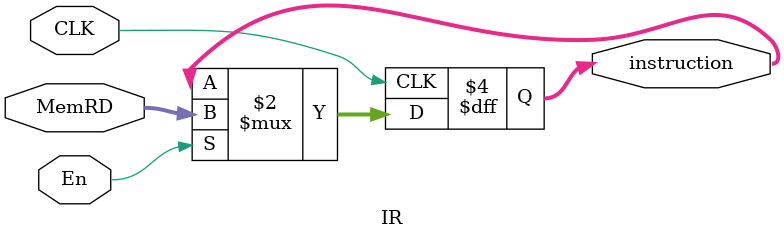
<source format=v>
module IR(
    input CLK,
    input En,
    input [31:0] MemRD,
    output reg [31:0] instruction
);


    always @(posedge CLK) begin
        if (En) begin
            instruction <= MemRD;
        end
    end

endmodule
</source>
